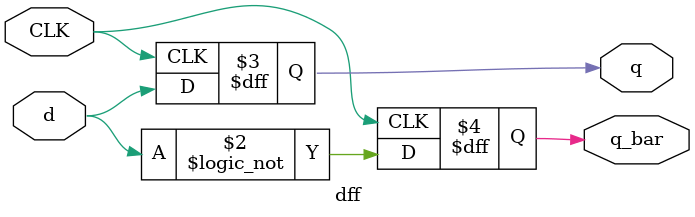
<source format=v>

module dff (
    d,CLK,q,q_bar
);

input d,CLK;
output q,q_bar;

wire d,CLK;
reg q,q_bar;

always @(posedge CLK) begin
    q<= d;
    q_bar <=!d;
end    
endmodule
</source>
